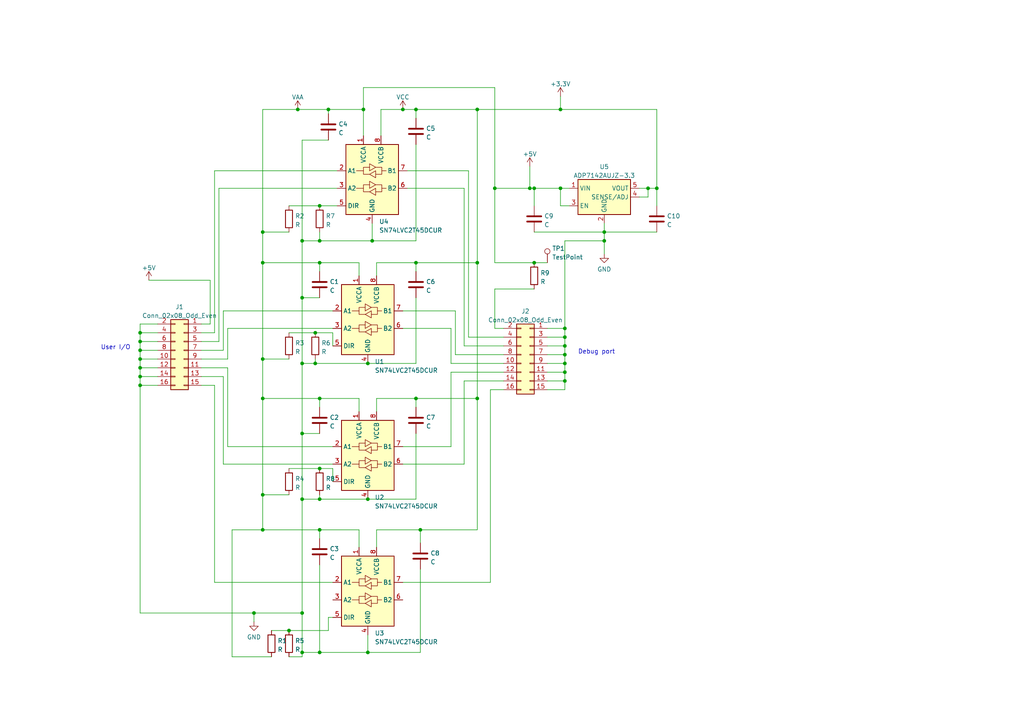
<source format=kicad_sch>
(kicad_sch (version 20211123) (generator eeschema)
  (paper "A4")
  (lib_symbols
    (symbol "Connector:TestPoint" (pin_numbers hide) (pin_names (offset 0.762) hide)
      (property "Reference" "TP" (at 0 6.858 0))
      (property "Value" "TestPoint" (at 0 5.08 0))
      (symbol "TestPoint_0_1"
        (circle (center 0 3.302) (radius 0.762))
      )
      (symbol "TestPoint_1_1"
        (pin passive line (at 0 0 90) (length 2.54) (name "1") (number "1"))
      )
    )
    (symbol "Connector_Generic:Conn_02x08_Odd_Even" (pin_names (offset 1.016) hide)
      (property "Reference" "J" (at 1.27 10.16 0))
      (property "Value" "Conn_02x08_Odd_Even" (at 1.27 -12.7 0))
      (symbol "Conn_02x08_Odd_Even_1_1"
        (rectangle (start -1.27 -10.033) (end 0 -10.287) (stroke (width 0.1524)))
        (rectangle (start -1.27 -7.493) (end 0 -7.747) (stroke (width 0.1524)))
        (rectangle (start -1.27 -4.953) (end 0 -5.207) (stroke (width 0.1524)))
        (rectangle (start -1.27 -2.413) (end 0 -2.667) (stroke (width 0.1524)))
        (rectangle (start -1.27 0.127) (end 0 -0.127) (stroke (width 0.1524)))
        (rectangle (start -1.27 2.667) (end 0 2.413) (stroke (width 0.1524)))
        (rectangle (start -1.27 5.207) (end 0 4.953) (stroke (width 0.1524)))
        (rectangle (start -1.27 7.747) (end 0 7.493) (stroke (width 0.1524)))
        (rectangle (start -1.27 8.89) (end 3.81 -11.43) (stroke (width 0.254)) (fill (type background)))
        (rectangle (start 3.81 -10.033) (end 2.54 -10.287) (stroke (width 0.1524)))
        (rectangle (start 3.81 -7.493) (end 2.54 -7.747) (stroke (width 0.1524)))
        (rectangle (start 3.81 -4.953) (end 2.54 -5.207) (stroke (width 0.1524)))
        (rectangle (start 3.81 -2.413) (end 2.54 -2.667) (stroke (width 0.1524)))
        (rectangle (start 3.81 0.127) (end 2.54 -0.127) (stroke (width 0.1524)))
        (rectangle (start 3.81 2.667) (end 2.54 2.413) (stroke (width 0.1524)))
        (rectangle (start 3.81 5.207) (end 2.54 4.953) (stroke (width 0.1524)))
        (rectangle (start 3.81 7.747) (end 2.54 7.493) (stroke (width 0.1524)))
        (pin passive line (at -5.08 7.62 0) (length 3.81) (name "Pin_1") (number "1"))
        (pin passive line (at 7.62 -2.54 180) (length 3.81) (name "Pin_10") (number "10"))
        (pin passive line (at -5.08 -5.08 0) (length 3.81) (name "Pin_11") (number "11"))
        (pin passive line (at 7.62 -5.08 180) (length 3.81) (name "Pin_12") (number "12"))
        (pin passive line (at -5.08 -7.62 0) (length 3.81) (name "Pin_13") (number "13"))
        (pin passive line (at 7.62 -7.62 180) (length 3.81) (name "Pin_14") (number "14"))
        (pin passive line (at -5.08 -10.16 0) (length 3.81) (name "Pin_15") (number "15"))
        (pin passive line (at 7.62 -10.16 180) (length 3.81) (name "Pin_16") (number "16"))
        (pin passive line (at 7.62 7.62 180) (length 3.81) (name "Pin_2") (number "2"))
        (pin passive line (at -5.08 5.08 0) (length 3.81) (name "Pin_3") (number "3"))
        (pin passive line (at 7.62 5.08 180) (length 3.81) (name "Pin_4") (number "4"))
        (pin passive line (at -5.08 2.54 0) (length 3.81) (name "Pin_5") (number "5"))
        (pin passive line (at 7.62 2.54 180) (length 3.81) (name "Pin_6") (number "6"))
        (pin passive line (at -5.08 0 0) (length 3.81) (name "Pin_7") (number "7"))
        (pin passive line (at 7.62 0 180) (length 3.81) (name "Pin_8") (number "8"))
        (pin passive line (at -5.08 -2.54 0) (length 3.81) (name "Pin_9") (number "9"))
      )
    )
    (symbol "Device:C" (pin_numbers hide) (pin_names (offset 0.254))
      (property "Reference" "C" (at 0.635 2.54 0))
      (property "Value" "C" (at 0.635 -2.54 0))
      (symbol "C_0_1"
        (polyline (pts (xy -2.032 -0.762) (xy 2.032 -0.762)) (stroke (width 0.508)))
        (polyline (pts (xy -2.032 0.762) (xy 2.032 0.762)) (stroke (width 0.508)))
      )
      (symbol "C_1_1"
        (pin passive line (at 0 3.81 270) (length 2.794) (name "~") (number "1"))
        (pin passive line (at 0 -3.81 90) (length 2.794) (name "~") (number "2"))
      )
    )
    (symbol "Device:R" (pin_numbers hide) (pin_names (offset 0))
      (property "Reference" "R" (at 2.032 0 90))
      (property "Value" "R" (at 0 0 90))
      (symbol "R_0_1"
        (rectangle (start -1.016 -2.54) (end 1.016 2.54) (stroke (width 0.254)))
      )
      (symbol "R_1_1"
        (pin passive line (at 0 3.81 270) (length 1.27) (name "~") (number "1"))
        (pin passive line (at 0 -3.81 90) (length 1.27) (name "~") (number "2"))
      )
    )
    (symbol "Logic_LevelTranslator:SN74LVC2T45DCUR"
      (property "Reference" "U" (at -6.35 11.43 0))
      (property "Value" "SN74LVC2T45DCUR" (at 3.81 11.43 0))
      (symbol "SN74LVC2T45DCUR_0_1"
        (rectangle (start -7.62 10.16) (end 7.62 -10.16) (stroke (width 0.254)) (fill (type background)))
        (polyline (pts (xy -2.54 2.54) (xy -2.54 3.556) (xy -0.762 3.556)))
        (polyline (pts (xy 2.794 2.54) (xy 2.794 1.524) (xy 1.016 1.524)))
        (polyline (pts (xy -0.762 1.524) (xy -2.54 1.524) (xy -2.54 2.54) (xy -4.572 2.54)))
        (polyline (pts (xy -0.762 2.54) (xy -0.762 4.572) (xy 1.016 3.556) (xy -0.762 2.54)))
        (polyline (pts (xy 1.016 3.556) (xy 2.794 3.556) (xy 2.794 2.54) (xy 4.064 2.54)))
        (polyline (pts (xy 1.016 2.54) (xy 1.016 0.762) (xy 1.016 0.508) (xy -0.762 1.524) (xy 1.016 2.54)))
      )
      (symbol "SN74LVC2T45DCUR_1_1"
        (polyline (pts (xy -2.54 -2.54) (xy -2.54 -1.524) (xy -0.762 -1.524)))
        (polyline (pts (xy 2.794 -2.54) (xy 2.794 -3.556) (xy 1.016 -3.556)))
        (polyline (pts (xy -0.762 -3.556) (xy -2.54 -3.556) (xy -2.54 -2.54) (xy -4.572 -2.54)))
        (polyline (pts (xy -0.762 -2.54) (xy -0.762 -0.508) (xy 1.016 -1.524) (xy -0.762 -2.54)))
        (polyline (pts (xy 1.016 -1.524) (xy 2.794 -1.524) (xy 2.794 -2.54) (xy 4.064 -2.54)))
        (polyline (pts (xy 1.016 -2.54) (xy 1.016 -4.318) (xy 1.016 -4.572) (xy -0.762 -3.556) (xy 1.016 -2.54)))
        (pin power_in line (at -2.54 12.7 270) (length 2.54) (name "VCCA") (number "1"))
        (pin bidirectional line (at -10.16 2.54 0) (length 2.54) (name "A1") (number "2"))
        (pin bidirectional line (at -10.16 -2.54 0) (length 2.54) (name "A2") (number "3"))
        (pin power_in line (at 0 -12.7 90) (length 2.54) (name "GND") (number "4"))
        (pin input line (at -10.16 -7.62 0) (length 2.54) (name "DIR") (number "5"))
        (pin bidirectional line (at 10.16 -2.54 180) (length 2.54) (name "B2") (number "6"))
        (pin bidirectional line (at 10.16 2.54 180) (length 2.54) (name "B1") (number "7"))
        (pin power_in line (at 2.54 12.7 270) (length 2.54) (name "VCCB") (number "8"))
      )
    )
    (symbol "Regulator_Linear:ADP7142AUJZ-3.3"
      (property "Reference" "U" (at 0 8.89 0))
      (property "Value" "ADP7142AUJZ-3.3" (at 0 6.35 0))
      (symbol "ADP7142AUJZ-3.3_0_1"
        (rectangle (start -7.62 5.08) (end 7.62 -5.08) (stroke (width 0.254)) (fill (type background)))
      )
      (symbol "ADP7142AUJZ-3.3_1_1"
        (pin power_in line (at -10.16 2.54 0) (length 2.54) (name "VIN") (number "1"))
        (pin power_in line (at 0 -7.62 90) (length 2.54) (name "GND") (number "2"))
        (pin input line (at -10.16 -2.54 0) (length 2.54) (name "EN") (number "3"))
        (pin input line (at 10.16 0 180) (length 2.54) (name "SENSE/ADJ") (number "4"))
        (pin power_out line (at 10.16 2.54 180) (length 2.54) (name "VOUT") (number "5"))
      )
    )
    (symbol "power:+3.3V" (power) (pin_names (offset 0))
      (property "Value" "+3.3V" (at 0 3.556 0))
      (symbol "+3.3V_0_1"
        (polyline (pts (xy -0.762 1.27) (xy 0 2.54)))
        (polyline (pts (xy 0 0) (xy 0 2.54)))
        (polyline (pts (xy 0 2.54) (xy 0.762 1.27)))
      )
      (symbol "+3.3V_1_1"
        (pin power_in line (at 0 0 90) (length 0) hide (name "+3.3V") (number "1"))
      )
    )
    (symbol "power:+5V" (power) (pin_names (offset 0))
      (property "Value" "+5V" (at 0 3.556 0))
      (symbol "+5V_0_1"
        (polyline (pts (xy -0.762 1.27) (xy 0 2.54)))
        (polyline (pts (xy 0 0) (xy 0 2.54)))
        (polyline (pts (xy 0 2.54) (xy 0.762 1.27)))
      )
      (symbol "+5V_1_1"
        (pin power_in line (at 0 0 90) (length 0) hide (name "+5V") (number "1"))
      )
    )
    (symbol "power:GND" (power) (pin_names (offset 0))
      (property "Value" "GND" (at 0 -3.81 0))
      (symbol "GND_0_1"
        (polyline (pts (xy 0 0) (xy 0 -1.27) (xy 1.27 -1.27) (xy 0 -2.54) (xy -1.27 -1.27) (xy 0 -1.27)))
      )
      (symbol "GND_1_1"
        (pin power_in line (at 0 0 270) (length 0) hide (name "GND") (number "1"))
      )
    )
    (symbol "power:VAA" (power) (pin_names (offset 0))
      (property "Value" "VAA" (at 0 3.81 0))
      (symbol "VAA_0_1"
        (polyline (pts (xy -0.762 1.27) (xy 0 2.54)))
        (polyline (pts (xy 0 0) (xy 0 2.54)))
        (polyline (pts (xy 0 2.54) (xy 0.762 1.27)))
      )
      (symbol "VAA_1_1"
        (pin power_in line (at 0 0 90) (length 0) hide (name "VAA") (number "1"))
      )
    )
    (symbol "power:VCC" (power) (pin_names (offset 0))
      (property "Value" "VCC" (at 0 3.81 0))
      (symbol "VCC_0_1"
        (polyline (pts (xy -0.762 1.27) (xy 0 2.54)))
        (polyline (pts (xy 0 0) (xy 0 2.54)))
        (polyline (pts (xy 0 2.54) (xy 0.762 1.27)))
      )
      (symbol "VCC_1_1"
        (pin power_in line (at 0 0 90) (length 0) hide (name "VCC") (number "1"))
      )
    )
  )
  (junction (at 190.5 54.61))
  (junction (at 87.63 105.41))
  (junction (at 92.71 59.69))
  (junction (at 92.71 135.89))
  (junction (at 87.63 144.78))
  (junction (at 163.83 102.87))
  (junction (at 187.96 54.61))
  (junction (at 76.2 143.51))
  (junction (at 92.71 76.2))
  (junction (at 87.63 189.23))
  (junction (at 153.67 54.61))
  (junction (at 86.36 31.75))
  (junction (at 76.2 153.67))
  (junction (at 138.43 31.75))
  (junction (at 120.65 76.2))
  (junction (at 92.71 69.85))
  (junction (at 163.83 107.95))
  (junction (at 106.68 189.23))
  (junction (at 95.25 31.75))
  (junction (at 163.83 105.41))
  (junction (at 120.65 31.75))
  (junction (at 40.64 111.76))
  (junction (at 154.94 76.2))
  (junction (at 121.92 153.67))
  (junction (at 91.44 105.41))
  (junction (at 76.2 67.31))
  (junction (at 106.68 144.78))
  (junction (at 76.2 76.2))
  (junction (at 40.64 101.6))
  (junction (at 175.26 67.31))
  (junction (at 175.26 69.85))
  (junction (at 163.83 97.79))
  (junction (at 87.63 125.73))
  (junction (at 138.43 76.2))
  (junction (at 76.2 104.14))
  (junction (at 107.95 69.85))
  (junction (at 92.71 153.67))
  (junction (at 40.64 104.14))
  (junction (at 40.64 109.22))
  (junction (at 143.51 54.61))
  (junction (at 163.83 100.33))
  (junction (at 163.83 95.25))
  (junction (at 92.71 189.23))
  (junction (at 87.63 86.36))
  (junction (at 106.68 105.41))
  (junction (at 154.94 54.61))
  (junction (at 40.64 106.68))
  (junction (at 92.71 144.78))
  (junction (at 91.44 96.52))
  (junction (at 162.56 31.75))
  (junction (at 83.82 182.88))
  (junction (at 73.66 177.8))
  (junction (at 92.71 115.57))
  (junction (at 76.2 115.57))
  (junction (at 162.56 54.61))
  (junction (at 116.84 31.75))
  (junction (at 87.63 177.8))
  (junction (at 40.64 96.52))
  (junction (at 120.65 115.57))
  (junction (at 87.63 69.85))
  (junction (at 163.83 110.49))
  (junction (at 40.64 99.06))
  (junction (at 138.43 115.57))
  (junction (at 105.41 31.75))
  (wire (pts (xy 40.64 111.76) (xy 40.64 177.8)))
  (wire (pts (xy 95.25 40.64) (xy 87.63 40.64)))
  (wire (pts (xy 185.42 54.61) (xy 187.96 54.61)))
  (wire (pts (xy 107.95 69.85) (xy 92.71 69.85)))
  (wire (pts (xy 62.23 168.91) (xy 62.23 111.76)))
  (wire (pts (xy 92.71 69.85) (xy 87.63 69.85)))
  (wire (pts (xy 95.25 31.75) (xy 86.36 31.75)))
  (wire (pts (xy 64.77 134.62) (xy 64.77 109.22)))
  (wire (pts (xy 158.75 107.95) (xy 163.83 107.95)))
  (wire (pts (xy 134.62 110.49) (xy 146.05 110.49)))
  (wire (pts (xy 120.65 31.75) (xy 138.43 31.75)))
  (wire (pts (xy 163.83 113.03) (xy 163.83 110.49)))
  (wire (pts (xy 109.22 153.67) (xy 109.22 158.75)))
  (wire (pts (xy 104.14 80.01) (xy 104.14 76.2)))
  (wire (pts (xy 76.2 143.51) (xy 83.82 143.51)))
  (wire (pts (xy 64.77 90.17) (xy 64.77 101.6)))
  (wire (pts (xy 87.63 125.73) (xy 87.63 144.78)))
  (wire (pts (xy 109.22 119.38) (xy 109.22 115.57)))
  (wire (pts (xy 40.64 101.6) (xy 40.64 104.14)))
  (wire (pts (xy 130.81 129.54) (xy 130.81 107.95)))
  (wire (pts (xy 40.64 106.68) (xy 45.72 106.68)))
  (wire (pts (xy 143.51 54.61) (xy 143.51 76.2)))
  (wire (pts (xy 40.64 104.14) (xy 45.72 104.14)))
  (wire (pts (xy 92.71 189.23) (xy 106.68 189.23)))
  (wire (pts (xy 163.83 100.33) (xy 163.83 97.79)))
  (wire (pts (xy 109.22 153.67) (xy 121.92 153.67)))
  (wire (pts (xy 62.23 111.76) (xy 58.42 111.76)))
  (wire (pts (xy 87.63 190.5) (xy 87.63 189.23)))
  (wire (pts (xy 110.49 31.75) (xy 116.84 31.75)))
  (wire (pts (xy 83.82 96.52) (xy 91.44 96.52)))
  (wire (pts (xy 40.64 99.06) (xy 45.72 99.06)))
  (wire (pts (xy 162.56 27.94) (xy 162.56 31.75)))
  (wire (pts (xy 158.75 113.03) (xy 163.83 113.03)))
  (wire (pts (xy 87.63 189.23) (xy 92.71 189.23)))
  (wire (pts (xy 106.68 144.78) (xy 120.65 144.78)))
  (wire (pts (xy 60.96 81.28) (xy 60.96 93.98)))
  (wire (pts (xy 162.56 59.69) (xy 162.56 54.61)))
  (wire (pts (xy 120.65 86.36) (xy 120.65 105.41)))
  (wire (pts (xy 109.22 76.2) (xy 120.65 76.2)))
  (wire (pts (xy 104.14 76.2) (xy 92.71 76.2)))
  (wire (pts (xy 121.92 165.1) (xy 121.92 189.23)))
  (wire (pts (xy 40.64 96.52) (xy 45.72 96.52)))
  (wire (pts (xy 175.26 67.31) (xy 175.26 69.85)))
  (wire (pts (xy 163.83 110.49) (xy 163.83 107.95)))
  (wire (pts (xy 76.2 153.67) (xy 92.71 153.67)))
  (wire (pts (xy 92.71 67.31) (xy 92.71 69.85)))
  (wire (pts (xy 60.96 93.98) (xy 58.42 93.98)))
  (wire (pts (xy 83.82 135.89) (xy 92.71 135.89)))
  (wire (pts (xy 132.08 90.17) (xy 132.08 102.87)))
  (wire (pts (xy 67.31 190.5) (xy 67.31 153.67)))
  (wire (pts (xy 83.82 59.69) (xy 92.71 59.69)))
  (wire (pts (xy 87.63 69.85) (xy 87.63 86.36)))
  (wire (pts (xy 96.52 96.52) (xy 91.44 96.52)))
  (wire (pts (xy 116.84 129.54) (xy 130.81 129.54)))
  (wire (pts (xy 66.04 95.25) (xy 96.52 95.25)))
  (wire (pts (xy 163.83 69.85) (xy 175.26 69.85)))
  (wire (pts (xy 135.89 49.53) (xy 135.89 97.79)))
  (wire (pts (xy 134.62 134.62) (xy 134.62 110.49)))
  (wire (pts (xy 120.65 115.57) (xy 120.65 118.11)))
  (wire (pts (xy 106.68 189.23) (xy 106.68 184.15)))
  (wire (pts (xy 109.22 115.57) (xy 120.65 115.57)))
  (wire (pts (xy 76.2 104.14) (xy 83.82 104.14)))
  (wire (pts (xy 175.26 67.31) (xy 190.5 67.31)))
  (wire (pts (xy 163.83 95.25) (xy 163.83 69.85)))
  (wire (pts (xy 63.5 54.61) (xy 63.5 99.06)))
  (wire (pts (xy 87.63 86.36) (xy 87.63 105.41)))
  (wire (pts (xy 97.79 49.53) (xy 62.23 49.53)))
  (wire (pts (xy 134.62 100.33) (xy 146.05 100.33)))
  (wire (pts (xy 92.71 76.2) (xy 76.2 76.2)))
  (wire (pts (xy 187.96 57.15) (xy 187.96 54.61)))
  (wire (pts (xy 175.26 64.77) (xy 175.26 67.31)))
  (wire (pts (xy 120.65 76.2) (xy 120.65 78.74)))
  (wire (pts (xy 95.25 31.75) (xy 95.25 33.02)))
  (wire (pts (xy 92.71 115.57) (xy 92.71 118.11)))
  (wire (pts (xy 116.84 31.75) (xy 120.65 31.75)))
  (wire (pts (xy 62.23 49.53) (xy 62.23 96.52)))
  (wire (pts (xy 163.83 105.41) (xy 163.83 102.87)))
  (wire (pts (xy 76.2 115.57) (xy 92.71 115.57)))
  (wire (pts (xy 105.41 31.75) (xy 95.25 31.75)))
  (wire (pts (xy 142.24 113.03) (xy 146.05 113.03)))
  (wire (pts (xy 96.52 135.89) (xy 92.71 135.89)))
  (wire (pts (xy 165.1 59.69) (xy 162.56 59.69)))
  (wire (pts (xy 67.31 153.67) (xy 76.2 153.67)))
  (wire (pts (xy 132.08 102.87) (xy 146.05 102.87)))
  (wire (pts (xy 66.04 95.25) (xy 66.04 104.14)))
  (wire (pts (xy 187.96 54.61) (xy 190.5 54.61)))
  (wire (pts (xy 153.67 48.26) (xy 153.67 54.61)))
  (wire (pts (xy 106.68 105.41) (xy 120.65 105.41)))
  (wire (pts (xy 154.94 54.61) (xy 162.56 54.61)))
  (wire (pts (xy 58.42 106.68) (xy 66.04 106.68)))
  (wire (pts (xy 43.18 81.28) (xy 60.96 81.28)))
  (wire (pts (xy 73.66 180.34) (xy 73.66 177.8)))
  (wire (pts (xy 120.65 125.73) (xy 120.65 144.78)))
  (wire (pts (xy 190.5 54.61) (xy 190.5 31.75)))
  (wire (pts (xy 92.71 115.57) (xy 104.14 115.57)))
  (wire (pts (xy 40.64 177.8) (xy 73.66 177.8)))
  (wire (pts (xy 40.64 93.98) (xy 40.64 96.52)))
  (wire (pts (xy 87.63 144.78) (xy 92.71 144.78)))
  (wire (pts (xy 40.64 99.06) (xy 40.64 101.6)))
  (wire (pts (xy 107.95 69.85) (xy 120.65 69.85)))
  (wire (pts (xy 190.5 54.61) (xy 190.5 59.69)))
  (wire (pts (xy 96.52 168.91) (xy 62.23 168.91)))
  (wire (pts (xy 66.04 129.54) (xy 66.04 106.68)))
  (wire (pts (xy 143.51 95.25) (xy 143.51 83.82)))
  (wire (pts (xy 40.64 109.22) (xy 45.72 109.22)))
  (wire (pts (xy 91.44 104.14) (xy 91.44 105.41)))
  (wire (pts (xy 120.65 115.57) (xy 138.43 115.57)))
  (wire (pts (xy 76.2 67.31) (xy 83.82 67.31)))
  (wire (pts (xy 120.65 31.75) (xy 120.65 34.29)))
  (wire (pts (xy 83.82 190.5) (xy 87.63 190.5)))
  (wire (pts (xy 76.2 143.51) (xy 76.2 153.67)))
  (wire (pts (xy 86.36 31.75) (xy 76.2 31.75)))
  (wire (pts (xy 107.95 64.77) (xy 107.95 69.85)))
  (wire (pts (xy 87.63 105.41) (xy 87.63 125.73)))
  (wire (pts (xy 87.63 105.41) (xy 91.44 105.41)))
  (wire (pts (xy 158.75 95.25) (xy 163.83 95.25)))
  (wire (pts (xy 110.49 39.37) (xy 110.49 31.75)))
  (wire (pts (xy 163.83 97.79) (xy 163.83 95.25)))
  (wire (pts (xy 143.51 25.4) (xy 105.41 25.4)))
  (wire (pts (xy 92.71 76.2) (xy 92.71 78.74)))
  (wire (pts (xy 130.81 105.41) (xy 146.05 105.41)))
  (wire (pts (xy 92.71 153.67) (xy 104.14 153.67)))
  (wire (pts (xy 158.75 102.87) (xy 163.83 102.87)))
  (wire (pts (xy 143.51 54.61) (xy 153.67 54.61)))
  (wire (pts (xy 87.63 144.78) (xy 87.63 177.8)))
  (wire (pts (xy 154.94 76.2) (xy 158.75 76.2)))
  (wire (pts (xy 143.51 76.2) (xy 154.94 76.2)))
  (wire (pts (xy 40.64 104.14) (xy 40.64 106.68)))
  (wire (pts (xy 92.71 59.69) (xy 97.79 59.69)))
  (wire (pts (xy 64.77 134.62) (xy 96.52 134.62)))
  (wire (pts (xy 62.23 96.52) (xy 58.42 96.52)))
  (wire (pts (xy 158.75 100.33) (xy 163.83 100.33)))
  (wire (pts (xy 87.63 177.8) (xy 87.63 189.23)))
  (wire (pts (xy 73.66 177.8) (xy 87.63 177.8)))
  (wire (pts (xy 120.65 76.2) (xy 138.43 76.2)))
  (wire (pts (xy 116.84 134.62) (xy 134.62 134.62)))
  (wire (pts (xy 92.71 153.67) (xy 92.71 156.21)))
  (wire (pts (xy 158.75 97.79) (xy 163.83 97.79)))
  (wire (pts (xy 121.92 189.23) (xy 106.68 189.23)))
  (wire (pts (xy 96.52 179.07) (xy 95.25 179.07)))
  (wire (pts (xy 66.04 104.14) (xy 58.42 104.14)))
  (wire (pts (xy 96.52 129.54) (xy 66.04 129.54)))
  (wire (pts (xy 40.64 109.22) (xy 40.64 111.76)))
  (wire (pts (xy 64.77 101.6) (xy 58.42 101.6)))
  (wire (pts (xy 105.41 25.4) (xy 105.41 31.75)))
  (wire (pts (xy 153.67 54.61) (xy 154.94 54.61)))
  (wire (pts (xy 138.43 76.2) (xy 138.43 115.57)))
  (wire (pts (xy 121.92 157.48) (xy 121.92 153.67)))
  (wire (pts (xy 92.71 143.51) (xy 92.71 144.78)))
  (wire (pts (xy 163.83 107.95) (xy 163.83 105.41)))
  (wire (pts (xy 143.51 95.25) (xy 146.05 95.25)))
  (wire (pts (xy 40.64 101.6) (xy 45.72 101.6)))
  (wire (pts (xy 95.25 182.88) (xy 83.82 182.88)))
  (wire (pts (xy 78.74 182.88) (xy 83.82 182.88)))
  (wire (pts (xy 40.64 96.52) (xy 40.64 99.06)))
  (wire (pts (xy 63.5 99.06) (xy 58.42 99.06)))
  (wire (pts (xy 158.75 105.41) (xy 163.83 105.41)))
  (wire (pts (xy 116.84 95.25) (xy 130.81 95.25)))
  (wire (pts (xy 58.42 109.22) (xy 64.77 109.22)))
  (wire (pts (xy 163.83 102.87) (xy 163.83 100.33)))
  (wire (pts (xy 162.56 31.75) (xy 190.5 31.75)))
  (wire (pts (xy 87.63 86.36) (xy 92.71 86.36)))
  (wire (pts (xy 138.43 31.75) (xy 138.43 76.2)))
  (wire (pts (xy 118.11 49.53) (xy 135.89 49.53)))
  (wire (pts (xy 135.89 97.79) (xy 146.05 97.79)))
  (wire (pts (xy 105.41 39.37) (xy 105.41 31.75)))
  (wire (pts (xy 109.22 80.01) (xy 109.22 76.2)))
  (wire (pts (xy 92.71 144.78) (xy 106.68 144.78)))
  (wire (pts (xy 91.44 105.41) (xy 106.68 105.41)))
  (wire (pts (xy 96.52 100.33) (xy 96.52 96.52)))
  (wire (pts (xy 143.51 54.61) (xy 143.51 25.4)))
  (wire (pts (xy 116.84 90.17) (xy 132.08 90.17)))
  (wire (pts (xy 104.14 153.67) (xy 104.14 158.75)))
  (wire (pts (xy 40.64 106.68) (xy 40.64 109.22)))
  (wire (pts (xy 76.2 31.75) (xy 76.2 67.31)))
  (wire (pts (xy 116.84 168.91) (xy 142.24 168.91)))
  (wire (pts (xy 185.42 57.15) (xy 187.96 57.15)))
  (wire (pts (xy 143.51 83.82) (xy 154.94 83.82)))
  (wire (pts (xy 96.52 90.17) (xy 64.77 90.17)))
  (wire (pts (xy 76.2 115.57) (xy 76.2 143.51)))
  (wire (pts (xy 104.14 119.38) (xy 104.14 115.57)))
  (wire (pts (xy 138.43 115.57) (xy 138.43 153.67)))
  (wire (pts (xy 96.52 139.7) (xy 96.52 135.89)))
  (wire (pts (xy 130.81 107.95) (xy 146.05 107.95)))
  (wire (pts (xy 97.79 54.61) (xy 63.5 54.61)))
  (wire (pts (xy 87.63 40.64) (xy 87.63 69.85)))
  (wire (pts (xy 76.2 104.14) (xy 76.2 115.57)))
  (wire (pts (xy 118.11 54.61) (xy 134.62 54.61)))
  (wire (pts (xy 40.64 111.76) (xy 45.72 111.76)))
  (wire (pts (xy 142.24 168.91) (xy 142.24 113.03)))
  (wire (pts (xy 76.2 67.31) (xy 76.2 76.2)))
  (wire (pts (xy 92.71 163.83) (xy 92.71 189.23)))
  (wire (pts (xy 158.75 110.49) (xy 163.83 110.49)))
  (wire (pts (xy 154.94 67.31) (xy 175.26 67.31)))
  (wire (pts (xy 45.72 93.98) (xy 40.64 93.98)))
  (wire (pts (xy 78.74 190.5) (xy 67.31 190.5)))
  (wire (pts (xy 134.62 54.61) (xy 134.62 100.33)))
  (wire (pts (xy 162.56 54.61) (xy 165.1 54.61)))
  (wire (pts (xy 138.43 31.75) (xy 162.56 31.75)))
  (wire (pts (xy 130.81 95.25) (xy 130.81 105.41)))
  (wire (pts (xy 120.65 41.91) (xy 120.65 69.85)))
  (wire (pts (xy 175.26 69.85) (xy 175.26 73.66)))
  (wire (pts (xy 154.94 54.61) (xy 154.94 59.69)))
  (wire (pts (xy 121.92 153.67) (xy 138.43 153.67)))
  (wire (pts (xy 95.25 179.07) (xy 95.25 182.88)))
  (wire (pts (xy 87.63 125.73) (xy 92.71 125.73)))
  (wire (pts (xy 76.2 76.2) (xy 76.2 104.14)))
  (text "User I/O" (at 29.21 101.6 0) (effects (font (size 1.27 1.27)) (justify left bottom)))
  (text "Debug port" (at 167.64 102.87 0) (effects (font (size 1.27 1.27)) (justify left bottom)))
  (symbol (lib_id "Regulator_Linear:ADP7142AUJZ-3.3") (at 175.26 57.15 0) (unit 1)
    (property "Reference" "U5" (at 175.26 48.3702 0))
    (property "Value" "ADP7142AUJZ-3.3" (at 175.26 50.9071 0))
    (property "Footprint" "Package_TO_SOT_SMD:TSOT-23-5" (effects hide))
    (property "Datasheet" "https://www.analog.com/media/en/technical-documentation/data-sheets/ADP7142.pdf" (effects hide))
  )
  (symbol (lib_id "power:GND") (at 73.66 180.34 0) (unit 1)
    (property "Reference" "#PWR0105" (effects hide))
    (property "Value" "GND" (at 73.66 184.7834 0))
  )
  (symbol (lib_id "Device:R") (at 83.82 186.69 0) (unit 1)
    (property "Reference" "R5" (at 85.598 185.8553 0) (effects (justify left)))
    (property "Value" "R" (at 85.598 188.3922 0) (effects (justify left)))
    (property "Footprint" "Resistor_SMD:R_0402_1005Metric_Pad0.72x0.64mm_HandSolder" (effects hide))
  )
  (symbol (lib_id "Device:R") (at 83.82 100.33 0) (unit 1)
    (property "Reference" "R3" (at 85.598 99.4953 0) (effects (justify left)))
    (property "Value" "R" (at 85.598 102.0322 0) (effects (justify left)))
    (property "Footprint" "Resistor_SMD:R_0402_1005Metric_Pad0.72x0.64mm_HandSolder" (effects hide))
  )
  (symbol (lib_id "Device:C") (at 92.71 82.55 0) (unit 1)
    (property "Reference" "C1" (at 95.631 81.7153 0) (effects (justify left)))
    (property "Value" "C" (at 95.631 84.2522 0) (effects (justify left)))
    (property "Footprint" "Capacitor_SMD:C_0603_1608Metric_Pad1.08x0.95mm_HandSolder" (effects hide))
  )
  (symbol (lib_id "power:VAA") (at 86.36 31.75 0) (unit 1)
    (property "Reference" "#PWR0106" (effects hide))
    (property "Value" "VAA" (at 86.36 28.1742 0))
  )
  (symbol (lib_id "Device:R") (at 92.71 139.7 0) (unit 1)
    (property "Reference" "R8" (at 94.488 138.8653 0) (effects (justify left)))
    (property "Value" "R" (at 94.488 141.4022 0) (effects (justify left)))
    (property "Footprint" "Resistor_SMD:R_0402_1005Metric_Pad0.72x0.64mm_HandSolder" (effects hide))
  )
  (symbol (lib_id "power:+5V") (at 153.67 48.26 0) (unit 1)
    (property "Reference" "#PWR0101" (effects hide))
    (property "Value" "+5V" (at 153.67 44.6842 0))
  )
  (symbol (lib_id "Connector_Generic:Conn_02x08_Odd_Even") (at 53.34 101.6 0) (mirror y) (unit 1)
    (property "Reference" "J1" (at 52.07 89.0102 0))
    (property "Value" "Conn_02x08_Odd_Even" (at 52.07 91.5471 0))
    (property "Footprint" "Connector_PinHeader_2.54mm:PinHeader_2x08_P2.54mm_Vertical" (effects hide))
  )
  (symbol (lib_id "Device:C") (at 120.65 82.55 0) (unit 1)
    (property "Reference" "C6" (at 123.571 81.7153 0) (effects (justify left)))
    (property "Value" "C" (at 123.571 84.2522 0) (effects (justify left)))
    (property "Footprint" "Capacitor_SMD:C_0603_1608Metric_Pad1.08x0.95mm_HandSolder" (effects hide))
  )
  (symbol (lib_id "power:VCC") (at 116.84 31.75 0) (unit 1)
    (property "Reference" "#PWR0107" (effects hide))
    (property "Value" "VCC" (at 116.84 28.1742 0))
  )
  (symbol (lib_id "Device:R") (at 91.44 100.33 0) (unit 1)
    (property "Reference" "R6" (at 93.218 99.4953 0) (effects (justify left)))
    (property "Value" "R" (at 93.218 102.0322 0) (effects (justify left)))
    (property "Footprint" "Resistor_SMD:R_0402_1005Metric_Pad0.72x0.64mm_HandSolder" (effects hide))
  )
  (symbol (lib_id "Logic_LevelTranslator:SN74LVC2T45DCUR") (at 106.68 132.08 0) (unit 1)
    (property "Reference" "U2" (at 108.6994 144.2704 0) (effects (justify left)))
    (property "Value" "SN74LVC2T45DCUR" (at 108.6994 146.8073 0) (effects (justify left)))
    (property "Footprint" "Package_SO:VSSOP-8_2.4x2.1mm_P0.5mm" (effects hide))
    (property "Datasheet" "http://www.ti.com/lit/ds/symlink/sn74lvc2t45.pdf" (effects hide))
  )
  (symbol (lib_id "power:+3.3V") (at 162.56 27.94 0) (unit 1)
    (property "Reference" "#PWR0103" (effects hide))
    (property "Value" "+3.3V" (at 162.56 24.3642 0))
  )
  (symbol (lib_id "Device:R") (at 83.82 139.7 0) (unit 1)
    (property "Reference" "R4" (at 85.598 138.8653 0) (effects (justify left)))
    (property "Value" "R" (at 85.598 141.4022 0) (effects (justify left)))
    (property "Footprint" "Resistor_SMD:R_0402_1005Metric_Pad0.72x0.64mm_HandSolder" (effects hide))
  )
  (symbol (lib_id "Connector:TestPoint") (at 158.75 76.2 0) (unit 1)
    (property "Reference" "TP1" (at 160.147 72.0633 0) (effects (justify left)))
    (property "Value" "TestPoint" (at 160.147 74.6002 0) (effects (justify left)))
    (property "Footprint" "TestPoint:TestPoint_Pad_1.0x1.0mm" (effects hide))
  )
  (symbol (lib_id "Logic_LevelTranslator:SN74LVC2T45DCUR") (at 106.68 92.71 0) (unit 1)
    (property "Reference" "U1" (at 108.6994 104.9004 0) (effects (justify left)))
    (property "Value" "SN74LVC2T45DCUR" (at 108.6994 107.4373 0) (effects (justify left)))
    (property "Footprint" "Package_SO:VSSOP-8_2.4x2.1mm_P0.5mm" (effects hide))
    (property "Datasheet" "http://www.ti.com/lit/ds/symlink/sn74lvc2t45.pdf" (effects hide))
  )
  (symbol (lib_id "Logic_LevelTranslator:SN74LVC2T45DCUR") (at 106.68 171.45 0) (unit 1)
    (property "Reference" "U3" (at 108.6994 183.6404 0) (effects (justify left)))
    (property "Value" "SN74LVC2T45DCUR" (at 108.6994 186.1773 0) (effects (justify left)))
    (property "Footprint" "Package_SO:VSSOP-8_2.4x2.1mm_P0.5mm" (effects hide))
    (property "Datasheet" "http://www.ti.com/lit/ds/symlink/sn74lvc2t45.pdf" (effects hide))
  )
  (symbol (lib_id "Device:R") (at 154.94 80.01 0) (unit 1)
    (property "Reference" "R9" (at 156.718 79.1753 0) (effects (justify left)))
    (property "Value" "R" (at 156.718 81.7122 0) (effects (justify left)))
    (property "Footprint" "Resistor_SMD:R_0402_1005Metric_Pad0.72x0.64mm_HandSolder" (effects hide))
  )
  (symbol (lib_id "Device:R") (at 83.82 63.5 0) (unit 1)
    (property "Reference" "R2" (at 85.598 62.6653 0) (effects (justify left)))
    (property "Value" "R" (at 85.598 65.2022 0) (effects (justify left)))
    (property "Footprint" "Resistor_SMD:R_0402_1005Metric_Pad0.72x0.64mm_HandSolder" (effects hide))
  )
  (symbol (lib_id "Device:C") (at 154.94 63.5 0) (unit 1)
    (property "Reference" "C9" (at 157.861 62.6653 0) (effects (justify left)))
    (property "Value" "C" (at 157.861 65.2022 0) (effects (justify left)))
    (property "Footprint" "Capacitor_SMD:C_0603_1608Metric_Pad1.08x0.95mm_HandSolder" (effects hide))
  )
  (symbol (lib_id "Device:C") (at 92.71 121.92 0) (unit 1)
    (property "Reference" "C2" (at 95.631 121.0853 0) (effects (justify left)))
    (property "Value" "C" (at 95.631 123.6222 0) (effects (justify left)))
    (property "Footprint" "Capacitor_SMD:C_0603_1608Metric_Pad1.08x0.95mm_HandSolder" (effects hide))
  )
  (symbol (lib_id "Logic_LevelTranslator:SN74LVC2T45DCUR") (at 107.95 52.07 0) (unit 1)
    (property "Reference" "U4" (at 109.9694 64.2604 0) (effects (justify left)))
    (property "Value" "SN74LVC2T45DCUR" (at 109.9694 66.7973 0) (effects (justify left)))
    (property "Footprint" "Package_SO:VSSOP-8_2.4x2.1mm_P0.5mm" (effects hide))
    (property "Datasheet" "http://www.ti.com/lit/ds/symlink/sn74lvc2t45.pdf" (effects hide))
  )
  (symbol (lib_id "Device:C") (at 190.5 63.5 0) (unit 1)
    (property "Reference" "C10" (at 193.421 62.6653 0) (effects (justify left)))
    (property "Value" "C" (at 193.421 65.2022 0) (effects (justify left)))
    (property "Footprint" "Capacitor_SMD:C_0603_1608Metric_Pad1.08x0.95mm_HandSolder" (effects hide))
  )
  (symbol (lib_id "Device:C") (at 121.92 161.29 0) (unit 1)
    (property "Reference" "C8" (at 124.841 160.4553 0) (effects (justify left)))
    (property "Value" "C" (at 124.841 162.9922 0) (effects (justify left)))
    (property "Footprint" "Capacitor_SMD:C_0603_1608Metric_Pad1.08x0.95mm_HandSolder" (effects hide))
  )
  (symbol (lib_id "Device:C") (at 120.65 121.92 0) (unit 1)
    (property "Reference" "C7" (at 123.571 121.0853 0) (effects (justify left)))
    (property "Value" "C" (at 123.571 123.6222 0) (effects (justify left)))
    (property "Footprint" "Capacitor_SMD:C_0603_1608Metric_Pad1.08x0.95mm_HandSolder" (effects hide))
  )
  (symbol (lib_id "power:+5V") (at 43.18 81.28 0) (unit 1)
    (property "Reference" "#PWR0104" (effects hide))
    (property "Value" "+5V" (at 43.18 77.7042 0))
  )
  (symbol (lib_id "Device:R") (at 92.71 63.5 0) (unit 1)
    (property "Reference" "R7" (at 94.488 62.6653 0) (effects (justify left)))
    (property "Value" "R" (at 94.488 65.2022 0) (effects (justify left)))
    (property "Footprint" "Resistor_SMD:R_0402_1005Metric_Pad0.72x0.64mm_HandSolder" (effects hide))
  )
  (symbol (lib_id "Device:C") (at 92.71 160.02 0) (unit 1)
    (property "Reference" "C3" (at 95.631 159.1853 0) (effects (justify left)))
    (property "Value" "C" (at 95.631 161.7222 0) (effects (justify left)))
    (property "Footprint" "Capacitor_SMD:C_0603_1608Metric_Pad1.08x0.95mm_HandSolder" (effects hide))
  )
  (symbol (lib_id "Device:R") (at 78.74 186.69 0) (unit 1)
    (property "Reference" "R1" (at 80.518 185.8553 0) (effects (justify left)))
    (property "Value" "R" (at 80.518 188.3922 0) (effects (justify left)))
    (property "Footprint" "Resistor_SMD:R_0402_1005Metric_Pad0.72x0.64mm_HandSolder" (effects hide))
  )
  (symbol (lib_id "Connector_Generic:Conn_02x08_Odd_Even") (at 153.67 102.87 0) (mirror y) (unit 1)
    (property "Reference" "J2" (at 152.4 90.2802 0))
    (property "Value" "Conn_02x08_Odd_Even" (at 152.4 92.8171 0))
    (property "Footprint" "Connector_PinSocket_2.54mm:PinSocket_2x08_P2.54mm_Horizontal" (effects hide))
  )
  (symbol (lib_id "Device:C") (at 120.65 38.1 0) (unit 1)
    (property "Reference" "C5" (at 123.571 37.2653 0) (effects (justify left)))
    (property "Value" "C" (at 123.571 39.8022 0) (effects (justify left)))
    (property "Footprint" "Capacitor_SMD:C_0603_1608Metric_Pad1.08x0.95mm_HandSolder" (effects hide))
  )
  (symbol (lib_id "power:GND") (at 175.26 73.66 0) (unit 1)
    (property "Reference" "#PWR0102" (effects hide))
    (property "Value" "GND" (at 175.26 78.1034 0))
  )
  (symbol (lib_id "Device:C") (at 95.25 36.83 0) (unit 1)
    (property "Reference" "C4" (at 98.171 35.9953 0) (effects (justify left)))
    (property "Value" "C" (at 98.171 38.5322 0) (effects (justify left)))
    (property "Footprint" "Capacitor_SMD:C_0603_1608Metric_Pad1.08x0.95mm_HandSolder" (effects hide))
  )
)
</source>
